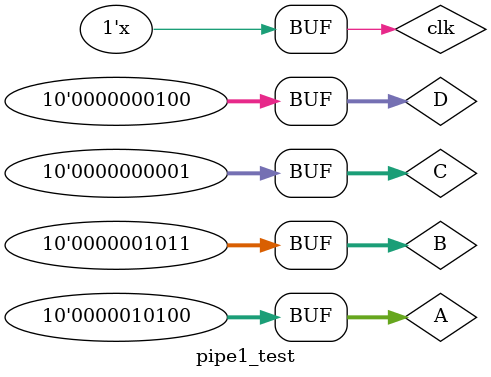
<source format=v>
module pipe1_test;
parameter N=10 ;
wire [N-1 :0] F;
reg [N-1:0] A,B,C,D;
reg clk;

pipe_ex MYPIPR( F,A,B,C,D,clk);

initial clk=0;

always #10 clk=~clk;

initial
 begin
  #13 A=10 ;B=12 ;C=6; D=3 ;      // F=75
  #20 A=10; B=10 ;C=5; D=3 ;    //F=66
  #20 A=20; B=11; C=1 ;D=4;   // F=112
end

endmodule
/*initial
 begin
  $dumpfile ("pipe1.vcd */


</source>
